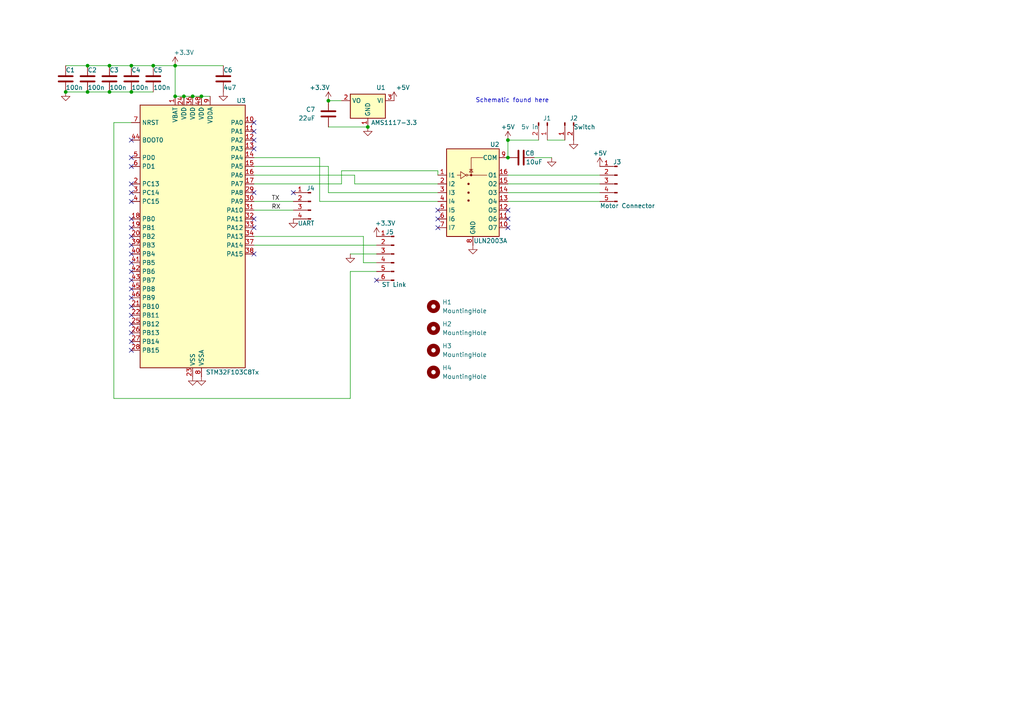
<source format=kicad_sch>
(kicad_sch (version 20231120) (generator "eeschema") (generator_version "8.0")
  (paper "A4")
  (lib_symbols
    (symbol "Connector:Conn_01x02_Pin" (pin_names (offset 1.016) hide)
      (property "Reference" "J" (at 0 2.54 0))
      (property "Value" "Conn_01x02_Pin" (at 0 -5.08 0))
      (symbol "Conn_01x02_Pin_1_1"
        (polyline (pts (xy 1.27 -2.54) (xy 0.8636 -2.54)) (stroke (width 0.1524)))
        (polyline (pts (xy 1.27 0) (xy 0.8636 0)) (stroke (width 0.1524)))
        (rectangle (start 0.8636 -2.413) (end 0 -2.667) (stroke (width 0.1524)) (fill (type outline)))
        (rectangle (start 0.8636 0.127) (end 0 -0.127) (stroke (width 0.1524)) (fill (type outline)))
        (pin passive line (at 5.08 0 180) (length 3.81) (name "Pin_1") (number "1"))
        (pin passive line (at 5.08 -2.54 180) (length 3.81) (name "Pin_2") (number "2"))
      )
    )
    (symbol "Connector:Conn_01x04_Pin" (pin_names (offset 1.016) hide)
      (property "Reference" "J" (at 0 5.08 0))
      (property "Value" "Conn_01x04_Pin" (at 0 -7.62 0))
      (symbol "Conn_01x04_Pin_1_1"
        (polyline (pts (xy 1.27 -5.08) (xy 0.8636 -5.08)) (stroke (width 0.1524)))
        (polyline (pts (xy 1.27 -2.54) (xy 0.8636 -2.54)) (stroke (width 0.1524)))
        (polyline (pts (xy 1.27 0) (xy 0.8636 0)) (stroke (width 0.1524)))
        (polyline (pts (xy 1.27 2.54) (xy 0.8636 2.54)) (stroke (width 0.1524)))
        (rectangle (start 0.8636 -4.953) (end 0 -5.207) (stroke (width 0.1524)) (fill (type outline)))
        (rectangle (start 0.8636 -2.413) (end 0 -2.667) (stroke (width 0.1524)) (fill (type outline)))
        (rectangle (start 0.8636 0.127) (end 0 -0.127) (stroke (width 0.1524)) (fill (type outline)))
        (rectangle (start 0.8636 2.667) (end 0 2.413) (stroke (width 0.1524)) (fill (type outline)))
        (pin passive line (at 5.08 2.54 180) (length 3.81) (name "Pin_1") (number "1"))
        (pin passive line (at 5.08 0 180) (length 3.81) (name "Pin_2") (number "2"))
        (pin passive line (at 5.08 -2.54 180) (length 3.81) (name "Pin_3") (number "3"))
        (pin passive line (at 5.08 -5.08 180) (length 3.81) (name "Pin_4") (number "4"))
      )
    )
    (symbol "Connector:Conn_01x05_Pin" (pin_names (offset 1.016) hide)
      (property "Reference" "J" (at 0 7.62 0))
      (property "Value" "Conn_01x05_Pin" (at 0 -7.62 0))
      (symbol "Conn_01x05_Pin_1_1"
        (polyline (pts (xy 1.27 -5.08) (xy 0.8636 -5.08)) (stroke (width 0.1524)))
        (polyline (pts (xy 1.27 -2.54) (xy 0.8636 -2.54)) (stroke (width 0.1524)))
        (polyline (pts (xy 1.27 0) (xy 0.8636 0)) (stroke (width 0.1524)))
        (polyline (pts (xy 1.27 2.54) (xy 0.8636 2.54)) (stroke (width 0.1524)))
        (polyline (pts (xy 1.27 5.08) (xy 0.8636 5.08)) (stroke (width 0.1524)))
        (rectangle (start 0.8636 -4.953) (end 0 -5.207) (stroke (width 0.1524)) (fill (type outline)))
        (rectangle (start 0.8636 -2.413) (end 0 -2.667) (stroke (width 0.1524)) (fill (type outline)))
        (rectangle (start 0.8636 0.127) (end 0 -0.127) (stroke (width 0.1524)) (fill (type outline)))
        (rectangle (start 0.8636 2.667) (end 0 2.413) (stroke (width 0.1524)) (fill (type outline)))
        (rectangle (start 0.8636 5.207) (end 0 4.953) (stroke (width 0.1524)) (fill (type outline)))
        (pin passive line (at 5.08 5.08 180) (length 3.81) (name "Pin_1") (number "1"))
        (pin passive line (at 5.08 2.54 180) (length 3.81) (name "Pin_2") (number "2"))
        (pin passive line (at 5.08 0 180) (length 3.81) (name "Pin_3") (number "3"))
        (pin passive line (at 5.08 -2.54 180) (length 3.81) (name "Pin_4") (number "4"))
        (pin passive line (at 5.08 -5.08 180) (length 3.81) (name "Pin_5") (number "5"))
      )
    )
    (symbol "Connector:Conn_01x06_Pin" (pin_names (offset 1.016) hide)
      (property "Reference" "J" (at 0 7.62 0))
      (property "Value" "Conn_01x06_Pin" (at 0 -10.16 0))
      (symbol "Conn_01x06_Pin_1_1"
        (polyline (pts (xy 1.27 -7.62) (xy 0.8636 -7.62)) (stroke (width 0.1524)))
        (polyline (pts (xy 1.27 -5.08) (xy 0.8636 -5.08)) (stroke (width 0.1524)))
        (polyline (pts (xy 1.27 -2.54) (xy 0.8636 -2.54)) (stroke (width 0.1524)))
        (polyline (pts (xy 1.27 0) (xy 0.8636 0)) (stroke (width 0.1524)))
        (polyline (pts (xy 1.27 2.54) (xy 0.8636 2.54)) (stroke (width 0.1524)))
        (polyline (pts (xy 1.27 5.08) (xy 0.8636 5.08)) (stroke (width 0.1524)))
        (rectangle (start 0.8636 -7.493) (end 0 -7.747) (stroke (width 0.1524)) (fill (type outline)))
        (rectangle (start 0.8636 -4.953) (end 0 -5.207) (stroke (width 0.1524)) (fill (type outline)))
        (rectangle (start 0.8636 -2.413) (end 0 -2.667) (stroke (width 0.1524)) (fill (type outline)))
        (rectangle (start 0.8636 0.127) (end 0 -0.127) (stroke (width 0.1524)) (fill (type outline)))
        (rectangle (start 0.8636 2.667) (end 0 2.413) (stroke (width 0.1524)) (fill (type outline)))
        (rectangle (start 0.8636 5.207) (end 0 4.953) (stroke (width 0.1524)) (fill (type outline)))
        (pin passive line (at 5.08 5.08 180) (length 3.81) (name "Pin_1") (number "1"))
        (pin passive line (at 5.08 2.54 180) (length 3.81) (name "Pin_2") (number "2"))
        (pin passive line (at 5.08 0 180) (length 3.81) (name "Pin_3") (number "3"))
        (pin passive line (at 5.08 -2.54 180) (length 3.81) (name "Pin_4") (number "4"))
        (pin passive line (at 5.08 -5.08 180) (length 3.81) (name "Pin_5") (number "5"))
        (pin passive line (at 5.08 -7.62 180) (length 3.81) (name "Pin_6") (number "6"))
      )
    )
    (symbol "Device:C" (pin_numbers hide) (pin_names (offset 0.254))
      (property "Reference" "C" (at 0.635 2.54 0))
      (property "Value" "C" (at 0.635 -2.54 0))
      (symbol "C_0_1"
        (polyline (pts (xy -2.032 -0.762) (xy 2.032 -0.762)) (stroke (width 0.508)))
        (polyline (pts (xy -2.032 0.762) (xy 2.032 0.762)) (stroke (width 0.508)))
      )
      (symbol "C_1_1"
        (pin passive line (at 0 3.81 270) (length 2.794) (name "~") (number "1"))
        (pin passive line (at 0 -3.81 90) (length 2.794) (name "~") (number "2"))
      )
    )
    (symbol "MCU_ST_STM32F1:STM32F103C8Tx"
      (property "Reference" "U" (at -15.24 39.37 0))
      (property "Value" "STM32F103C8Tx" (at 7.62 39.37 0))
      (symbol "STM32F103C8Tx_0_1"
        (rectangle (start -15.24 -38.1) (end 15.24 38.1) (stroke (width 0.254)) (fill (type background)))
      )
      (symbol "STM32F103C8Tx_1_1"
        (pin power_in line (at -5.08 40.64 270) (length 2.54) (name "VBAT") (number "1"))
        (pin bidirectional line (at 17.78 33.02 180) (length 2.54) (name "PA0") (number "10"))
        (pin bidirectional line (at 17.78 30.48 180) (length 2.54) (name "PA1") (number "11"))
        (pin bidirectional line (at 17.78 27.94 180) (length 2.54) (name "PA2") (number "12"))
        (pin bidirectional line (at 17.78 25.4 180) (length 2.54) (name "PA3") (number "13"))
        (pin bidirectional line (at 17.78 22.86 180) (length 2.54) (name "PA4") (number "14"))
        (pin bidirectional line (at 17.78 20.32 180) (length 2.54) (name "PA5") (number "15"))
        (pin bidirectional line (at 17.78 17.78 180) (length 2.54) (name "PA6") (number "16"))
        (pin bidirectional line (at 17.78 15.24 180) (length 2.54) (name "PA7") (number "17"))
        (pin bidirectional line (at -17.78 5.08 0) (length 2.54) (name "PB0") (number "18"))
        (pin bidirectional line (at -17.78 2.54 0) (length 2.54) (name "PB1") (number "19"))
        (pin bidirectional line (at -17.78 15.24 0) (length 2.54) (name "PC13") (number "2"))
        (pin bidirectional line (at -17.78 0 0) (length 2.54) (name "PB2") (number "20"))
        (pin bidirectional line (at -17.78 -20.32 0) (length 2.54) (name "PB10") (number "21"))
        (pin bidirectional line (at -17.78 -22.86 0) (length 2.54) (name "PB11") (number "22"))
        (pin power_in line (at 0 -40.64 90) (length 2.54) (name "VSS") (number "23"))
        (pin power_in line (at -2.54 40.64 270) (length 2.54) (name "VDD") (number "24"))
        (pin bidirectional line (at -17.78 -25.4 0) (length 2.54) (name "PB12") (number "25"))
        (pin bidirectional line (at -17.78 -27.94 0) (length 2.54) (name "PB13") (number "26"))
        (pin bidirectional line (at -17.78 -30.48 0) (length 2.54) (name "PB14") (number "27"))
        (pin bidirectional line (at -17.78 -33.02 0) (length 2.54) (name "PB15") (number "28"))
        (pin bidirectional line (at 17.78 12.7 180) (length 2.54) (name "PA8") (number "29"))
        (pin bidirectional line (at -17.78 12.7 0) (length 2.54) (name "PC14") (number "3"))
        (pin bidirectional line (at 17.78 10.16 180) (length 2.54) (name "PA9") (number "30"))
        (pin bidirectional line (at 17.78 7.62 180) (length 2.54) (name "PA10") (number "31"))
        (pin bidirectional line (at 17.78 5.08 180) (length 2.54) (name "PA11") (number "32"))
        (pin bidirectional line (at 17.78 2.54 180) (length 2.54) (name "PA12") (number "33"))
        (pin bidirectional line (at 17.78 0 180) (length 2.54) (name "PA13") (number "34"))
        (pin passive line (at 0 -40.64 90) (length 2.54) hide (name "VSS") (number "35"))
        (pin power_in line (at 0 40.64 270) (length 2.54) (name "VDD") (number "36"))
        (pin bidirectional line (at 17.78 -2.54 180) (length 2.54) (name "PA14") (number "37"))
        (pin bidirectional line (at 17.78 -5.08 180) (length 2.54) (name "PA15") (number "38"))
        (pin bidirectional line (at -17.78 -2.54 0) (length 2.54) (name "PB3") (number "39"))
        (pin bidirectional line (at -17.78 10.16 0) (length 2.54) (name "PC15") (number "4"))
        (pin bidirectional line (at -17.78 -5.08 0) (length 2.54) (name "PB4") (number "40"))
        (pin bidirectional line (at -17.78 -7.62 0) (length 2.54) (name "PB5") (number "41"))
        (pin bidirectional line (at -17.78 -10.16 0) (length 2.54) (name "PB6") (number "42"))
        (pin bidirectional line (at -17.78 -12.7 0) (length 2.54) (name "PB7") (number "43"))
        (pin input line (at -17.78 27.94 0) (length 2.54) (name "BOOT0") (number "44"))
        (pin bidirectional line (at -17.78 -15.24 0) (length 2.54) (name "PB8") (number "45"))
        (pin bidirectional line (at -17.78 -17.78 0) (length 2.54) (name "PB9") (number "46"))
        (pin passive line (at 0 -40.64 90) (length 2.54) hide (name "VSS") (number "47"))
        (pin power_in line (at 2.54 40.64 270) (length 2.54) (name "VDD") (number "48"))
        (pin bidirectional line (at -17.78 22.86 0) (length 2.54) (name "PD0") (number "5"))
        (pin bidirectional line (at -17.78 20.32 0) (length 2.54) (name "PD1") (number "6"))
        (pin input line (at -17.78 33.02 0) (length 2.54) (name "NRST") (number "7"))
        (pin power_in line (at 2.54 -40.64 90) (length 2.54) (name "VSSA") (number "8"))
        (pin power_in line (at 5.08 40.64 270) (length 2.54) (name "VDDA") (number "9"))
      )
    )
    (symbol "Mechanical:MountingHole" (pin_names (offset 1.016)) (exclude_from_sim yes) (in_bom no)
      (property "Reference" "H" (at 0 5.08 0))
      (property "Value" "MountingHole" (at 0 3.175 0))
      (symbol "MountingHole_0_1"
        (circle (center 0 0) (radius 1.27) (stroke (width 1.27)))
      )
    )
    (symbol "Regulator_Linear:AMS1117-3.3"
      (property "Reference" "U" (at -3.81 3.175 0))
      (property "Value" "AMS1117-3.3" (at 0 3.175 0))
      (symbol "AMS1117-3.3_0_1"
        (rectangle (start -5.08 -5.08) (end 5.08 1.905) (stroke (width 0.254)) (fill (type background)))
      )
      (symbol "AMS1117-3.3_1_1"
        (pin power_in line (at 0 -7.62 90) (length 2.54) (name "GND") (number "1"))
        (pin power_out line (at 7.62 0 180) (length 2.54) (name "VO") (number "2"))
        (pin power_in line (at -7.62 0 0) (length 2.54) (name "VI") (number "3"))
      )
    )
    (symbol "Transistor_Array:ULN2003A"
      (property "Reference" "U" (at 0 15.875 0))
      (property "Value" "ULN2003A" (at 0 13.97 0))
      (symbol "ULN2003A_0_1"
        (rectangle (start -7.62 -12.7) (end 7.62 12.7) (stroke (width 0.254)) (fill (type background)))
        (circle (center -1.778 5.08) (radius 0.254))
        (circle (center -1.27 -2.286) (radius 0.254) (fill (type outline)))
        (circle (center -1.27 0) (radius 0.254) (fill (type outline)))
        (circle (center -1.27 2.54) (radius 0.254) (fill (type outline)))
        (circle (center -0.508 5.08) (radius 0.254) (fill (type outline)))
        (polyline (pts (xy -4.572 5.08) (xy -3.556 5.08)))
        (polyline (pts (xy -1.524 5.08) (xy 4.064 5.08)))
        (polyline (pts (xy 0 6.731) (xy -1.016 6.731)))
        (polyline (pts (xy -0.508 5.08) (xy -0.508 10.16) (xy 2.921 10.16)))
        (polyline (pts (xy -3.556 6.096) (xy -3.556 4.064) (xy -2.032 5.08) (xy -3.556 6.096)))
        (polyline (pts (xy 0 5.969) (xy -1.016 5.969) (xy -0.508 6.731) (xy 0 5.969)))
      )
      (symbol "ULN2003A_1_1"
        (pin input line (at -10.16 5.08 0) (length 2.54) (name "I1") (number "1"))
        (pin open_collector line (at 10.16 -10.16 180) (length 2.54) (name "O7") (number "10"))
        (pin open_collector line (at 10.16 -7.62 180) (length 2.54) (name "O6") (number "11"))
        (pin open_collector line (at 10.16 -5.08 180) (length 2.54) (name "O5") (number "12"))
        (pin open_collector line (at 10.16 -2.54 180) (length 2.54) (name "O4") (number "13"))
        (pin open_collector line (at 10.16 0 180) (length 2.54) (name "O3") (number "14"))
        (pin open_collector line (at 10.16 2.54 180) (length 2.54) (name "O2") (number "15"))
        (pin open_collector line (at 10.16 5.08 180) (length 2.54) (name "O1") (number "16"))
        (pin input line (at -10.16 2.54 0) (length 2.54) (name "I2") (number "2"))
        (pin input line (at -10.16 0 0) (length 2.54) (name "I3") (number "3"))
        (pin input line (at -10.16 -2.54 0) (length 2.54) (name "I4") (number "4"))
        (pin input line (at -10.16 -5.08 0) (length 2.54) (name "I5") (number "5"))
        (pin input line (at -10.16 -7.62 0) (length 2.54) (name "I6") (number "6"))
        (pin input line (at -10.16 -10.16 0) (length 2.54) (name "I7") (number "7"))
        (pin power_in line (at 0 -15.24 90) (length 2.54) (name "GND") (number "8"))
        (pin passive line (at 10.16 10.16 180) (length 2.54) (name "COM") (number "9"))
      )
    )
    (symbol "power:+3.3V" (power) (pin_numbers hide) (pin_names (offset 0) hide)
      (property "Value" "+3.3V" (at 0 3.556 0))
      (symbol "+3.3V_0_1"
        (polyline (pts (xy -0.762 1.27) (xy 0 2.54)))
        (polyline (pts (xy 0 0) (xy 0 2.54)))
        (polyline (pts (xy 0 2.54) (xy 0.762 1.27)))
      )
      (symbol "+3.3V_1_1"
        (pin power_in line (at 0 0 90) (length 0) (name "~") (number "1"))
      )
    )
    (symbol "power:+5V" (power) (pin_numbers hide) (pin_names (offset 0) hide)
      (property "Value" "+5V" (at 0 3.556 0))
      (symbol "+5V_0_1"
        (polyline (pts (xy -0.762 1.27) (xy 0 2.54)))
        (polyline (pts (xy 0 0) (xy 0 2.54)))
        (polyline (pts (xy 0 2.54) (xy 0.762 1.27)))
      )
      (symbol "+5V_1_1"
        (pin power_in line (at 0 0 90) (length 0) (name "~") (number "1"))
      )
    )
    (symbol "power:GND" (power) (pin_numbers hide) (pin_names (offset 0) hide)
      (property "Value" "GND" (at 0 -3.81 0))
      (symbol "GND_0_1"
        (polyline (pts (xy 0 0) (xy 0 -1.27) (xy 1.27 -1.27) (xy 0 -2.54) (xy -1.27 -1.27) (xy 0 -1.27)))
      )
      (symbol "GND_1_1"
        (pin power_in line (at 0 0 270) (length 0) (name "~") (number "1"))
      )
    )
  )
  (junction (at 25.4 26.67))
  (junction (at 31.75 26.67))
  (junction (at 38.1 19.05))
  (junction (at 58.42 27.94))
  (junction (at 55.88 27.94))
  (junction (at 38.1 26.67))
  (junction (at 95.25 29.21))
  (junction (at 53.34 27.94))
  (junction (at 106.68 36.83))
  (junction (at 25.4 19.05))
  (junction (at 147.32 45.72))
  (junction (at 19.05 26.67))
  (junction (at 44.45 19.05))
  (junction (at 50.8 19.05))
  (junction (at 31.75 19.05))
  (junction (at 50.8 27.94))
  (junction (at 147.32 40.64))
  (no_connect (at 38.1 73.66))
  (no_connect (at 38.1 40.64))
  (no_connect (at 38.1 78.74))
  (no_connect (at 73.66 35.56))
  (no_connect (at 73.66 63.5))
  (no_connect (at 73.66 66.04))
  (no_connect (at 38.1 96.52))
  (no_connect (at 38.1 71.12))
  (no_connect (at 38.1 55.88))
  (no_connect (at 85.09 55.88))
  (no_connect (at 73.66 43.18))
  (no_connect (at 38.1 91.44))
  (no_connect (at 38.1 81.28))
  (no_connect (at 38.1 68.58))
  (no_connect (at 38.1 76.2))
  (no_connect (at 147.32 63.5))
  (no_connect (at 127 60.96))
  (no_connect (at 38.1 101.6))
  (no_connect (at 38.1 99.06))
  (no_connect (at 73.66 38.1))
  (no_connect (at 147.32 60.96))
  (no_connect (at 147.32 66.04))
  (no_connect (at 38.1 66.04))
  (no_connect (at 38.1 88.9))
  (no_connect (at 73.66 55.88))
  (no_connect (at 38.1 45.72))
  (no_connect (at 38.1 83.82))
  (no_connect (at 109.22 81.28))
  (no_connect (at 38.1 48.26))
  (no_connect (at 127 63.5))
  (no_connect (at 38.1 53.34))
  (no_connect (at 73.66 73.66))
  (no_connect (at 38.1 86.36))
  (no_connect (at 73.66 40.64))
  (no_connect (at 38.1 63.5))
  (no_connect (at 38.1 93.98))
  (no_connect (at 127 66.04))
  (no_connect (at 38.1 58.42))
  (wire (pts (xy 38.1 35.56) (xy 33.02 35.56)))
  (wire (pts (xy 102.87 50.8) (xy 102.87 53.34)))
  (wire (pts (xy 147.32 40.64) (xy 147.32 45.72)))
  (wire (pts (xy 73.66 50.8) (xy 102.87 50.8)))
  (wire (pts (xy 55.88 27.94) (xy 58.42 27.94)))
  (wire (pts (xy 95.25 29.21) (xy 99.06 29.21)))
  (wire (pts (xy 99.06 49.53) (xy 99.06 53.34)))
  (wire (pts (xy 147.32 53.34) (xy 173.99 53.34)))
  (wire (pts (xy 147.32 50.8) (xy 173.99 50.8)))
  (wire (pts (xy 50.8 19.05) (xy 50.8 27.94)))
  (wire (pts (xy 53.34 27.94) (xy 55.88 27.94)))
  (wire (pts (xy 19.05 26.67) (xy 25.4 26.67)))
  (wire (pts (xy 147.32 58.42) (xy 173.99 58.42)))
  (wire (pts (xy 73.66 68.58) (xy 105.41 68.58)))
  (wire (pts (xy 31.75 19.05) (xy 38.1 19.05)))
  (wire (pts (xy 73.66 60.96) (xy 85.09 60.96)))
  (wire (pts (xy 158.75 40.64) (xy 163.83 40.64)))
  (wire (pts (xy 95.25 55.88) (xy 95.25 48.26)))
  (wire (pts (xy 92.71 45.72) (xy 92.71 58.42)))
  (wire (pts (xy 95.25 55.88) (xy 127 55.88)))
  (wire (pts (xy 73.66 71.12) (xy 109.22 71.12)))
  (wire (pts (xy 33.02 115.57) (xy 101.6 115.57)))
  (wire (pts (xy 73.66 45.72) (xy 92.71 45.72)))
  (wire (pts (xy 102.87 53.34) (xy 127 53.34)))
  (wire (pts (xy 101.6 73.66) (xy 109.22 73.66)))
  (wire (pts (xy 25.4 19.05) (xy 31.75 19.05)))
  (wire (pts (xy 50.8 19.05) (xy 64.77 19.05)))
  (wire (pts (xy 147.32 55.88) (xy 173.99 55.88)))
  (wire (pts (xy 38.1 26.67) (xy 44.45 26.67)))
  (wire (pts (xy 95.25 48.26) (xy 73.66 48.26)))
  (wire (pts (xy 105.41 76.2) (xy 109.22 76.2)))
  (wire (pts (xy 105.41 68.58) (xy 105.41 76.2)))
  (wire (pts (xy 73.66 53.34) (xy 99.06 53.34)))
  (wire (pts (xy 50.8 27.94) (xy 53.34 27.94)))
  (wire (pts (xy 38.1 19.05) (xy 44.45 19.05)))
  (wire (pts (xy 44.45 19.05) (xy 50.8 19.05)))
  (wire (pts (xy 92.71 58.42) (xy 127 58.42)))
  (wire (pts (xy 99.06 49.53) (xy 127 49.53)))
  (wire (pts (xy 106.68 36.83) (xy 95.25 36.83)))
  (wire (pts (xy 31.75 26.67) (xy 38.1 26.67)))
  (wire (pts (xy 33.02 35.56) (xy 33.02 115.57)))
  (wire (pts (xy 101.6 78.74) (xy 109.22 78.74)))
  (wire (pts (xy 156.21 40.64) (xy 147.32 40.64)))
  (wire (pts (xy 101.6 115.57) (xy 101.6 78.74)))
  (wire (pts (xy 25.4 26.67) (xy 31.75 26.67)))
  (wire (pts (xy 58.42 27.94) (xy 60.96 27.94)))
  (wire (pts (xy 73.66 58.42) (xy 85.09 58.42)))
  (wire (pts (xy 19.05 19.05) (xy 25.4 19.05)))
  (wire (pts (xy 127 49.53) (xy 127 50.8)))
  (wire (pts (xy 154.94 45.72) (xy 160.02 45.72)))
  (text "Schematic found here" (at 148.59 29.21 0) (effects (font (size 1.27 1.27))))
  (label "RX" (at 78.74 60.96 0))
  (label "TX" (at 78.74 58.42 0))
  (symbol (lib_id "Device:C") (at 38.1 22.86 0) (unit 1)
    (property "Reference" "C4" (at 38.1 20.32 0) (effects (justify left)))
    (property "Value" "100n" (at 38.1 25.4 0) (effects (justify left)))
    (property "Footprint" "Capacitor_SMD:C_0603_1608Metric" (effects (hide yes)))
    (property "Description" "Unpolarized capacitor" (effects (hide yes)))
  )
  (symbol (lib_id "power:GND") (at 101.6 73.66 0) (unit 1)
    (property "Reference" "#PWR014" (effects (hide yes)))
    (property "Value" "GND" (effects (hide yes)))
    (property "Description" "Power symbol creates a global label with name \"GND\" , ground" (effects (hide yes)))
  )
  (symbol (lib_id "power:+5V") (at 114.3 29.21 0) (unit 1)
    (property "Reference" "#PWR05" (effects (hide yes)))
    (property "Value" "+5V" (at 116.84 25.4 0))
    (property "Description" "Power symbol creates a global label with name \"+5V\"" (effects (hide yes)))
  )
  (symbol (lib_id "Connector:Conn_01x04_Pin") (at 90.17 58.42 0) (mirror y) (unit 1)
    (property "Reference" "J4" (at 88.9 54.61 0) (effects (justify right)))
    (property "Value" "UART" (at 86.36 64.77 0) (effects (justify right)))
    (property "Footprint" "Connector_JST:JST_EH_B4B-EH-A_1x04_P2.50mm_Vertical" (effects (hide yes)))
    (property "Description" "Generic connector, single row, 01x04, script generated" (effects (hide yes)))
  )
  (symbol (lib_id "power:GND") (at 106.68 36.83 0) (mirror y) (unit 1)
    (property "Reference" "#PWR06" (effects (hide yes)))
    (property "Value" "GND" (effects (hide yes)))
    (property "Description" "Power symbol creates a global label with name \"GND\" , ground" (effects (hide yes)))
  )
  (symbol (lib_id "Device:C") (at 44.45 22.86 0) (unit 1)
    (property "Reference" "C5" (at 44.45 20.32 0) (effects (justify left)))
    (property "Value" "100n" (at 44.45 25.4 0) (effects (justify left)))
    (property "Footprint" "Capacitor_SMD:C_0603_1608Metric" (effects (hide yes)))
    (property "Description" "Unpolarized capacitor" (effects (hide yes)))
  )
  (symbol (lib_id "power:+5V") (at 173.99 48.26 0) (mirror y) (unit 1)
    (property "Reference" "#PWR010" (effects (hide yes)))
    (property "Value" "+5V" (at 173.99 44.45 0))
    (property "Description" "Power symbol creates a global label with name \"+5V\"" (effects (hide yes)))
  )
  (symbol (lib_id "Device:C") (at 25.4 22.86 0) (unit 1)
    (property "Reference" "C2" (at 25.4 20.32 0) (effects (justify left)))
    (property "Value" "100n" (at 25.4 25.4 0) (effects (justify left)))
    (property "Footprint" "Capacitor_SMD:C_0603_1608Metric" (effects (hide yes)))
    (property "Description" "Unpolarized capacitor" (effects (hide yes)))
  )
  (symbol (lib_id "Device:C") (at 31.75 22.86 0) (unit 1)
    (property "Reference" "C3" (at 31.75 20.32 0) (effects (justify left)))
    (property "Value" "100n" (at 31.75 25.4 0) (effects (justify left)))
    (property "Footprint" "Capacitor_SMD:C_0603_1608Metric" (effects (hide yes)))
    (property "Description" "Unpolarized capacitor" (effects (hide yes)))
  )
  (symbol (lib_id "power:+5V") (at 147.32 40.64 0) (mirror y) (unit 1)
    (property "Reference" "#PWR07" (effects (hide yes)))
    (property "Value" "+5V" (at 147.32 36.83 0))
    (property "Description" "Power symbol creates a global label with name \"+5V\"" (effects (hide yes)))
  )
  (symbol (lib_id "Connector:Conn_01x06_Pin") (at 114.3 73.66 0) (mirror y) (unit 1)
    (property "Reference" "J5" (at 113.03 67.31 0))
    (property "Value" "ST Link" (at 114.3 82.55 0))
    (property "Footprint" "Connector_JST:JST_EH_B6B-EH-A_1x06_P2.50mm_Vertical" (effects (hide yes)))
    (property "Description" "Generic connector, single row, 01x06, script generated" (effects (hide yes)))
  )
  (symbol (lib_id "Device:C") (at 95.25 33.02 0) (mirror y) (unit 1)
    (property "Reference" "C7" (at 91.44 31.7499 0) (effects (justify left)))
    (property "Value" "22uF" (at 91.44 34.2899 0) (effects (justify left)))
    (property "Footprint" "Capacitor_SMD:C_0805_2012Metric" (effects (hide yes)))
    (property "Description" "Unpolarized capacitor" (effects (hide yes)))
  )
  (symbol (lib_id "Connector:Conn_01x02_Pin") (at 163.83 35.56 90) (mirror x) (unit 1)
    (property "Reference" "J2" (at 167.64 34.29 90) (effects (justify left)))
    (property "Value" "Switch" (at 166.37 36.83 90) (effects (justify right)))
    (property "Footprint" "Connector_JST:JST_EH_B2B-EH-A_1x02_P2.50mm_Vertical" (effects (hide yes)))
    (property "Description" "Generic connector, single row, 01x02, script generated" (effects (hide yes)))
  )
  (symbol (lib_id "Device:C") (at 19.05 22.86 0) (unit 1)
    (property "Reference" "C1" (at 19.05 20.32 0) (effects (justify left)))
    (property "Value" "100n" (at 19.05 25.4 0) (effects (justify left)))
    (property "Footprint" "Capacitor_SMD:C_0603_1608Metric" (effects (hide yes)))
    (property "Description" "Unpolarized capacitor" (effects (hide yes)))
  )
  (symbol (lib_id "power:GND") (at 55.88 109.22 0) (unit 1)
    (property "Reference" "#PWR015" (effects (hide yes)))
    (property "Value" "GND" (effects (hide yes)))
    (property "Description" "Power symbol creates a global label with name \"GND\" , ground" (effects (hide yes)))
  )
  (symbol (lib_id "Device:C") (at 151.13 45.72 90) (unit 1)
    (property "Reference" "C8" (at 153.67 44.45 90))
    (property "Value" "10uF" (at 154.94 46.99 90))
    (property "Footprint" "Capacitor_SMD:C_0805_2012Metric" (effects (hide yes)))
    (property "Description" "Unpolarized capacitor" (effects (hide yes)))
  )
  (symbol (lib_id "MCU_ST_STM32F1:STM32F103C8Tx") (at 55.88 68.58 0) (unit 1)
    (property "Reference" "U3" (at 68.58 29.21 0) (effects (justify left)))
    (property "Value" "STM32F103C8Tx" (at 59.69 107.95 0) (effects (justify left)))
    (property "Footprint" "Package_QFP:LQFP-48_7x7mm_P0.5mm" (effects (hide yes)))
    (property "Datasheet" "https://www.st.com/resource/en/datasheet/stm32f103c8.pdf" (effects (hide yes)))
    (property "Description" "STMicroelectronics Arm Cortex-M3 MCU, 64KB flash, 20KB RAM, 72 MHz, 2.0-3.6V, 37 GPIO, LQFP48" (effects (hide yes)))
  )
  (symbol (lib_id "power:+3.3V") (at 50.8 19.05 0) (unit 1)
    (property "Reference" "#PWR01" (effects (hide yes)))
    (property "Value" "+3.3V" (at 53.34 15.24 0))
    (property "Description" "Power symbol creates a global label with name \"+3.3V\"" (effects (hide yes)))
  )
  (symbol (lib_id "power:GND") (at 19.05 26.67 0) (unit 1)
    (property "Reference" "#PWR02" (effects (hide yes)))
    (property "Value" "GND" (effects (hide yes)))
    (property "Description" "Power symbol creates a global label with name \"GND\" , ground" (effects (hide yes)))
  )
  (symbol (lib_id "power:GND") (at 58.42 109.22 0) (unit 1)
    (property "Reference" "#PWR016" (effects (hide yes)))
    (property "Value" "GND" (effects (hide yes)))
    (property "Description" "Power symbol creates a global label with name \"GND\" , ground" (effects (hide yes)))
  )
  (symbol (lib_id "power:+3.3V") (at 95.25 29.21 0) (mirror y) (unit 1)
    (property "Reference" "#PWR04" (effects (hide yes)))
    (property "Value" "+3.3V" (at 92.71 25.4 0))
    (property "Description" "Power symbol creates a global label with name \"+3.3V\"" (effects (hide yes)))
  )
  (symbol (lib_id "Mechanical:MountingHole") (at 125.73 107.95 0) (unit 1) (exclude_from_sim yes) (in_bom no)
    (property "Reference" "H4" (at 128.27 106.6799 0) (effects (justify left)))
    (property "Value" "MountingHole" (at 128.27 109.2199 0) (effects (justify left)))
    (property "Footprint" "MountingHole:MountingHole_3.2mm_M3" (effects (hide yes)))
    (property "Description" "Mounting Hole without connection" (effects (hide yes)))
  )
  (symbol (lib_id "Connector:Conn_01x02_Pin") (at 158.75 35.56 270) (unit 1)
    (property "Reference" "J1" (at 157.48 34.29 90) (effects (justify left)))
    (property "Value" "5v in" (at 151.13 36.83 90) (effects (justify left)))
    (property "Footprint" "Connector_JST:JST_EH_B2B-EH-A_1x02_P2.50mm_Vertical" (effects (hide yes)))
    (property "Description" "Generic connector, single row, 01x02, script generated" (effects (hide yes)))
  )
  (symbol (lib_id "Device:C") (at 64.77 22.86 0) (unit 1)
    (property "Reference" "C6" (at 64.77 20.32 0) (effects (justify left)))
    (property "Value" "4u7" (at 64.77 25.4 0) (effects (justify left)))
    (property "Footprint" "Capacitor_SMD:C_0805_2012Metric" (effects (hide yes)))
    (property "Description" "Unpolarized capacitor" (effects (hide yes)))
  )
  (symbol (lib_id "power:GND") (at 137.16 71.12 0) (unit 1)
    (property "Reference" "#PWR013" (effects (hide yes)))
    (property "Value" "GND" (effects (hide yes)))
    (property "Description" "Power symbol creates a global label with name \"GND\" , ground" (effects (hide yes)))
  )
  (symbol (lib_id "Mechanical:MountingHole") (at 125.73 95.25 0) (unit 1) (exclude_from_sim yes) (in_bom no)
    (property "Reference" "H2" (at 128.27 93.9799 0) (effects (justify left)))
    (property "Value" "MountingHole" (at 128.27 96.5199 0) (effects (justify left)))
    (property "Footprint" "MountingHole:MountingHole_3.2mm_M3" (effects (hide yes)))
    (property "Description" "Mounting Hole without connection" (effects (hide yes)))
  )
  (symbol (lib_id "power:GND") (at 64.77 26.67 0) (unit 1)
    (property "Reference" "#PWR03" (effects (hide yes)))
    (property "Value" "GND" (effects (hide yes)))
    (property "Description" "Power symbol creates a global label with name \"GND\" , ground" (effects (hide yes)))
  )
  (symbol (lib_id "power:GND") (at 166.37 40.64 0) (unit 1)
    (property "Reference" "#PWR08" (effects (hide yes)))
    (property "Value" "GND" (effects (hide yes)))
    (property "Description" "Power symbol creates a global label with name \"GND\" , ground" (effects (hide yes)))
  )
  (symbol (lib_id "Mechanical:MountingHole") (at 125.73 88.9 0) (unit 1) (exclude_from_sim yes) (in_bom no)
    (property "Reference" "H1" (at 128.27 87.6299 0) (effects (justify left)))
    (property "Value" "MountingHole" (at 128.27 90.1699 0) (effects (justify left)))
    (property "Footprint" "MountingHole:MountingHole_3.2mm_M3" (effects (hide yes)))
    (property "Description" "Mounting Hole without connection" (effects (hide yes)))
  )
  (symbol (lib_id "Mechanical:MountingHole") (at 125.73 101.6 0) (unit 1) (exclude_from_sim yes) (in_bom no)
    (property "Reference" "H3" (at 128.27 100.3299 0) (effects (justify left)))
    (property "Value" "MountingHole" (at 128.27 102.8699 0) (effects (justify left)))
    (property "Footprint" "MountingHole:MountingHole_3.2mm_M3" (effects (hide yes)))
    (property "Description" "Mounting Hole without connection" (effects (hide yes)))
  )
  (symbol (lib_id "Transistor_Array:ULN2003A") (at 137.16 55.88 0) (unit 1)
    (property "Reference" "U2" (at 143.51 41.91 0))
    (property "Value" "ULN2003A" (at 142.24 69.85 0))
    (property "Footprint" "Package_DIP:DIP-16_W7.62mm_Socket" (effects (hide yes)))
    (property "Datasheet" "http://www.ti.com/lit/ds/symlink/uln2003a.pdf" (effects (hide yes)))
    (property "Description" "High Voltage, High Current Darlington Transistor Arrays, SOIC16/SOIC16W/DIP16/TSSOP16" (effects (hide yes)))
  )
  (symbol (lib_id "power:GND") (at 85.09 63.5 0) (unit 1)
    (property "Reference" "#PWR011" (effects (hide yes)))
    (property "Value" "GND" (effects (hide yes)))
    (property "Description" "Power symbol creates a global label with name \"GND\" , ground" (effects (hide yes)))
  )
  (symbol (lib_id "power:+3.3V") (at 109.22 68.58 0) (unit 1)
    (property "Reference" "#PWR012" (effects (hide yes)))
    (property "Value" "+3.3V" (at 111.76 64.77 0))
    (property "Description" "Power symbol creates a global label with name \"+3.3V\"" (effects (hide yes)))
  )
  (symbol (lib_id "Connector:Conn_01x05_Pin") (at 179.07 53.34 0) (mirror y) (unit 1)
    (property "Reference" "J3" (at 177.8 46.99 0) (effects (justify right)))
    (property "Value" "Motor Connector" (at 173.99 59.69 0) (effects (justify right)))
    (property "Footprint" "Connector_JST:JST_EH_B5B-EH-A_1x05_P2.50mm_Vertical" (effects (hide yes)))
    (property "Description" "Generic connector, single row, 01x05, script generated" (effects (hide yes)))
  )
  (symbol (lib_id "Regulator_Linear:AMS1117-3.3") (at 106.68 29.21 0) (mirror y) (unit 1)
    (property "Reference" "U1" (at 110.49 25.4 0))
    (property "Value" "AMS1117-3.3" (at 114.3 35.56 0))
    (property "Footprint" "Package_TO_SOT_SMD:SOT-223-3_TabPin2" (effects (hide yes)))
    (property "Datasheet" "http://www.advanced-monolithic.com/pdf/ds1117.pdf" (effects (hide yes)))
    (property "Description" "1A Low Dropout regulator, positive, 3.3V fixed output, SOT-223" (effects (hide yes)))
  )
  (symbol (lib_id "power:GND") (at 160.02 45.72 0) (unit 1)
    (property "Reference" "#PWR09" (effects (hide yes)))
    (property "Value" "GND" (effects (hide yes)))
    (property "Description" "Power symbol creates a global label with name \"GND\" , ground" (effects (hide yes)))
  )
)
</source>
